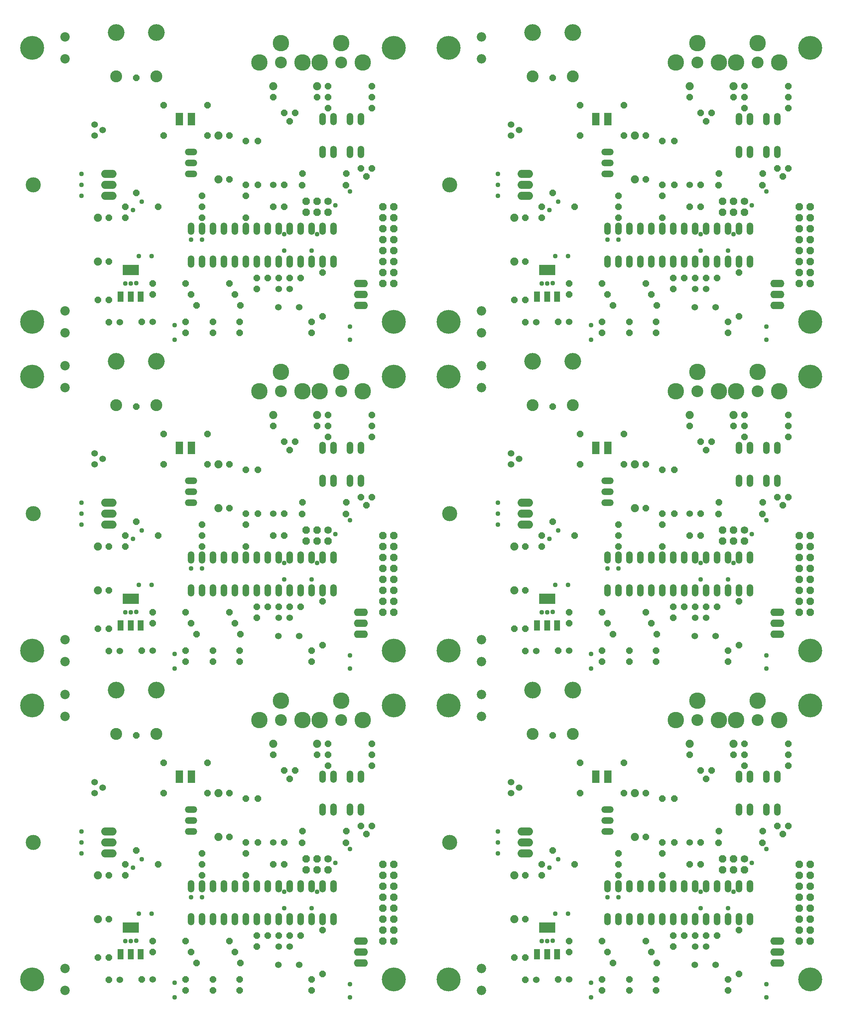
<source format=gbr>
G75*
G70*
%OFA0B0*%
%FSLAX24Y24*%
%IPPOS*%
%LPD*%
%AMOC8*
5,1,8,0,0,1.08239X$1,22.5*
%
%ADD10O,0.0600X0.1120*%
%ADD11OC8,0.0600*%
%ADD12R,0.0560X0.0960*%
%ADD13R,0.1497X0.0946*%
%ADD14C,0.0600*%
%ADD15O,0.1400X0.0740*%
%ADD16C,0.1380*%
%ADD17C,0.0680*%
%ADD18OC8,0.0680*%
%ADD19O,0.1120X0.0600*%
%ADD20R,0.0710X0.1143*%
%ADD21C,0.0740*%
%ADD22C,0.2180*%
%ADD23C,0.1084*%
%ADD24C,0.1504*%
%ADD25O,0.1280X0.0680*%
%ADD26C,0.1520*%
%ADD27C,0.1085*%
%ADD28C,0.0860*%
%ADD29C,0.0440*%
D10*
X028337Y013342D03*
X029337Y013342D03*
X030337Y013342D03*
X031337Y013342D03*
X032337Y013342D03*
X033337Y013342D03*
X034337Y013342D03*
X035337Y013342D03*
X036337Y013342D03*
X037337Y013342D03*
X038337Y013342D03*
X039337Y013342D03*
X040337Y013342D03*
X041337Y013342D03*
X041337Y016342D03*
X040337Y016342D03*
X039337Y016342D03*
X038337Y016342D03*
X037337Y016342D03*
X036337Y016342D03*
X035337Y016342D03*
X034337Y016342D03*
X033337Y016342D03*
X032337Y016342D03*
X031337Y016342D03*
X030337Y016342D03*
X029337Y016342D03*
X028337Y016342D03*
X040337Y023342D03*
X041337Y023342D03*
X042837Y023342D03*
X043837Y023342D03*
X043837Y026342D03*
X042837Y026342D03*
X041337Y026342D03*
X040337Y026342D03*
X040337Y043342D03*
X039337Y043342D03*
X038337Y043342D03*
X037337Y043342D03*
X036337Y043342D03*
X035337Y043342D03*
X034337Y043342D03*
X033337Y043342D03*
X032337Y043342D03*
X031337Y043342D03*
X030337Y043342D03*
X029337Y043342D03*
X028337Y043342D03*
X028337Y046342D03*
X029337Y046342D03*
X030337Y046342D03*
X031337Y046342D03*
X032337Y046342D03*
X033337Y046342D03*
X034337Y046342D03*
X035337Y046342D03*
X036337Y046342D03*
X037337Y046342D03*
X038337Y046342D03*
X039337Y046342D03*
X040337Y046342D03*
X041337Y046342D03*
X041337Y043342D03*
X041337Y053342D03*
X040337Y053342D03*
X042837Y053342D03*
X043837Y053342D03*
X043837Y056342D03*
X042837Y056342D03*
X041337Y056342D03*
X040337Y056342D03*
X040337Y073342D03*
X039337Y073342D03*
X038337Y073342D03*
X037337Y073342D03*
X036337Y073342D03*
X035337Y073342D03*
X034337Y073342D03*
X033337Y073342D03*
X032337Y073342D03*
X031337Y073342D03*
X030337Y073342D03*
X029337Y073342D03*
X028337Y073342D03*
X028337Y076342D03*
X029337Y076342D03*
X030337Y076342D03*
X031337Y076342D03*
X032337Y076342D03*
X033337Y076342D03*
X034337Y076342D03*
X035337Y076342D03*
X036337Y076342D03*
X037337Y076342D03*
X038337Y076342D03*
X039337Y076342D03*
X040337Y076342D03*
X041337Y076342D03*
X041337Y073342D03*
X041337Y083342D03*
X040337Y083342D03*
X042837Y083342D03*
X043837Y083342D03*
X043837Y086342D03*
X042837Y086342D03*
X041337Y086342D03*
X040337Y086342D03*
X066337Y076342D03*
X067337Y076342D03*
X068337Y076342D03*
X069337Y076342D03*
X070337Y076342D03*
X071337Y076342D03*
X072337Y076342D03*
X073337Y076342D03*
X074337Y076342D03*
X075337Y076342D03*
X076337Y076342D03*
X077337Y076342D03*
X078337Y076342D03*
X079337Y076342D03*
X079337Y073342D03*
X078337Y073342D03*
X077337Y073342D03*
X076337Y073342D03*
X075337Y073342D03*
X074337Y073342D03*
X073337Y073342D03*
X072337Y073342D03*
X071337Y073342D03*
X070337Y073342D03*
X069337Y073342D03*
X068337Y073342D03*
X067337Y073342D03*
X066337Y073342D03*
X078337Y083342D03*
X079337Y083342D03*
X080837Y083342D03*
X081837Y083342D03*
X081837Y086342D03*
X080837Y086342D03*
X079337Y086342D03*
X078337Y086342D03*
X078337Y056342D03*
X079337Y056342D03*
X080837Y056342D03*
X081837Y056342D03*
X081837Y053342D03*
X080837Y053342D03*
X079337Y053342D03*
X078337Y053342D03*
X078337Y046342D03*
X077337Y046342D03*
X076337Y046342D03*
X075337Y046342D03*
X074337Y046342D03*
X073337Y046342D03*
X072337Y046342D03*
X071337Y046342D03*
X070337Y046342D03*
X069337Y046342D03*
X068337Y046342D03*
X067337Y046342D03*
X066337Y046342D03*
X066337Y043342D03*
X067337Y043342D03*
X068337Y043342D03*
X069337Y043342D03*
X070337Y043342D03*
X071337Y043342D03*
X072337Y043342D03*
X073337Y043342D03*
X074337Y043342D03*
X075337Y043342D03*
X076337Y043342D03*
X077337Y043342D03*
X078337Y043342D03*
X079337Y043342D03*
X079337Y046342D03*
X079337Y026342D03*
X080837Y026342D03*
X081837Y026342D03*
X081837Y023342D03*
X080837Y023342D03*
X079337Y023342D03*
X078337Y023342D03*
X078337Y026342D03*
X078337Y016342D03*
X077337Y016342D03*
X076337Y016342D03*
X075337Y016342D03*
X074337Y016342D03*
X073337Y016342D03*
X072337Y016342D03*
X071337Y016342D03*
X070337Y016342D03*
X069337Y016342D03*
X068337Y016342D03*
X067337Y016342D03*
X066337Y016342D03*
X066337Y013342D03*
X067337Y013342D03*
X068337Y013342D03*
X069337Y013342D03*
X070337Y013342D03*
X071337Y013342D03*
X072337Y013342D03*
X073337Y013342D03*
X074337Y013342D03*
X075337Y013342D03*
X076337Y013342D03*
X077337Y013342D03*
X078337Y013342D03*
X079337Y013342D03*
X079337Y016342D03*
D11*
X080487Y020292D03*
X080512Y021367D03*
X081837Y021842D03*
X082337Y021092D03*
X082837Y021842D03*
X082837Y027342D03*
X082837Y028342D03*
X082837Y029342D03*
X078837Y029342D03*
X078837Y028342D03*
X077837Y028342D03*
X078837Y027342D03*
X075837Y026892D03*
X075337Y026142D03*
X074837Y026892D03*
X073837Y028342D03*
X072462Y024342D03*
X071337Y024342D03*
X069837Y024842D03*
X067837Y024842D03*
X067837Y027592D03*
X063837Y027592D03*
X063837Y024842D03*
X061337Y019592D03*
X060337Y018342D03*
X060337Y017342D03*
X058837Y017342D03*
X058837Y013342D03*
X058837Y009842D03*
X057837Y009842D03*
X058862Y007817D03*
X061837Y007842D03*
X062837Y010342D03*
X062837Y011342D03*
X065837Y011342D03*
X066337Y010342D03*
X066837Y009342D03*
X065837Y007842D03*
X065837Y006842D03*
X068337Y006842D03*
X068337Y007842D03*
X070787Y007842D03*
X070787Y006842D03*
X070837Y009342D03*
X070337Y010342D03*
X069837Y011342D03*
X072337Y011842D03*
X072337Y010842D03*
X073337Y011842D03*
X074337Y011842D03*
X075337Y011842D03*
X076337Y011842D03*
X078337Y012342D03*
X078337Y008342D03*
X077337Y007842D03*
X077337Y006842D03*
X071337Y017342D03*
X071337Y019342D03*
X071337Y020342D03*
X072462Y020342D03*
X073837Y018342D03*
X074837Y018342D03*
X074837Y020342D03*
X076487Y020292D03*
X076512Y021367D03*
X069837Y020842D03*
X067337Y019342D03*
X067337Y018342D03*
X067337Y017342D03*
X063337Y018342D03*
X061337Y030092D03*
X065837Y036842D03*
X065837Y037842D03*
X066837Y039342D03*
X066337Y040342D03*
X065837Y041342D03*
X062837Y041342D03*
X062837Y040342D03*
X061837Y037842D03*
X058862Y037817D03*
X058837Y039842D03*
X057837Y039842D03*
X058837Y043342D03*
X058837Y047342D03*
X060337Y047342D03*
X060337Y048342D03*
X061337Y049592D03*
X063337Y048342D03*
X067337Y048342D03*
X067337Y049342D03*
X067337Y047342D03*
X069837Y050842D03*
X071337Y050342D03*
X071337Y049342D03*
X072462Y050342D03*
X073837Y048342D03*
X074837Y048342D03*
X074837Y050342D03*
X076487Y050292D03*
X076512Y051367D03*
X072462Y054342D03*
X071337Y054342D03*
X069837Y054842D03*
X067837Y054842D03*
X067837Y057592D03*
X063837Y057592D03*
X063837Y054842D03*
X061337Y060092D03*
X065837Y066842D03*
X065837Y067842D03*
X066837Y069342D03*
X066337Y070342D03*
X065837Y071342D03*
X062837Y071342D03*
X062837Y070342D03*
X061837Y067842D03*
X058862Y067817D03*
X058837Y069842D03*
X057837Y069842D03*
X058837Y073342D03*
X058837Y077342D03*
X060337Y077342D03*
X060337Y078342D03*
X061337Y079592D03*
X063337Y078342D03*
X067337Y078342D03*
X067337Y079342D03*
X067337Y077342D03*
X069837Y080842D03*
X071337Y080342D03*
X071337Y079342D03*
X072462Y080342D03*
X073837Y078342D03*
X074837Y078342D03*
X074837Y080342D03*
X076487Y080292D03*
X076512Y081367D03*
X072462Y084342D03*
X071337Y084342D03*
X069837Y084842D03*
X067837Y084842D03*
X067837Y087592D03*
X063837Y087592D03*
X063837Y084842D03*
X061337Y090092D03*
X071337Y077342D03*
X072337Y071842D03*
X072337Y070842D03*
X073337Y071842D03*
X074337Y071842D03*
X075337Y071842D03*
X076337Y071842D03*
X078337Y072342D03*
X078337Y068342D03*
X077337Y067842D03*
X077337Y066842D03*
X070787Y066842D03*
X070787Y067842D03*
X070837Y069342D03*
X070337Y070342D03*
X069837Y071342D03*
X068337Y067842D03*
X068337Y066842D03*
X073837Y058342D03*
X074837Y056892D03*
X075337Y056142D03*
X075837Y056892D03*
X077837Y058342D03*
X078837Y058342D03*
X078837Y059342D03*
X078837Y057342D03*
X082837Y057342D03*
X082837Y058342D03*
X082837Y059342D03*
X082837Y051842D03*
X082337Y051092D03*
X081837Y051842D03*
X080512Y051367D03*
X080487Y050292D03*
X078337Y042342D03*
X076337Y041842D03*
X075337Y041842D03*
X074337Y041842D03*
X073337Y041842D03*
X072337Y041842D03*
X072337Y040842D03*
X070837Y039342D03*
X070337Y040342D03*
X069837Y041342D03*
X070787Y037842D03*
X070787Y036842D03*
X068337Y036842D03*
X068337Y037842D03*
X071337Y047342D03*
X077337Y037842D03*
X077337Y036842D03*
X078337Y038342D03*
X044837Y029342D03*
X044837Y028342D03*
X044837Y027342D03*
X040837Y027342D03*
X040837Y028342D03*
X039837Y028342D03*
X040837Y029342D03*
X037837Y026892D03*
X037337Y026142D03*
X036837Y026892D03*
X035837Y028342D03*
X034462Y024342D03*
X033337Y024342D03*
X031837Y024842D03*
X029837Y024842D03*
X029837Y027592D03*
X025837Y027592D03*
X025837Y024842D03*
X023337Y019592D03*
X022337Y018342D03*
X022337Y017342D03*
X020837Y017342D03*
X020837Y013342D03*
X020837Y009842D03*
X019837Y009842D03*
X020862Y007817D03*
X023837Y007842D03*
X024837Y010342D03*
X024837Y011342D03*
X027837Y011342D03*
X028337Y010342D03*
X028837Y009342D03*
X027837Y007842D03*
X027837Y006842D03*
X030337Y006842D03*
X030337Y007842D03*
X032787Y007842D03*
X032787Y006842D03*
X032837Y009342D03*
X032337Y010342D03*
X031837Y011342D03*
X034337Y011842D03*
X034337Y010842D03*
X035337Y011842D03*
X036337Y011842D03*
X037337Y011842D03*
X038337Y011842D03*
X040337Y012342D03*
X040337Y008342D03*
X039337Y007842D03*
X039337Y006842D03*
X033337Y017342D03*
X033337Y019342D03*
X033337Y020342D03*
X034462Y020342D03*
X035837Y018342D03*
X036837Y018342D03*
X036837Y020342D03*
X038487Y020292D03*
X038512Y021367D03*
X042512Y021367D03*
X042487Y020292D03*
X044337Y021092D03*
X043837Y021842D03*
X044837Y021842D03*
X031837Y020842D03*
X029337Y019342D03*
X029337Y018342D03*
X029337Y017342D03*
X025337Y018342D03*
X023337Y030092D03*
X027837Y036842D03*
X027837Y037842D03*
X028837Y039342D03*
X028337Y040342D03*
X027837Y041342D03*
X030337Y037842D03*
X030337Y036842D03*
X032787Y036842D03*
X032787Y037842D03*
X032837Y039342D03*
X032337Y040342D03*
X031837Y041342D03*
X034337Y041842D03*
X034337Y040842D03*
X035337Y041842D03*
X036337Y041842D03*
X037337Y041842D03*
X038337Y041842D03*
X040337Y042342D03*
X040337Y038342D03*
X039337Y037842D03*
X039337Y036842D03*
X033337Y047342D03*
X033337Y049342D03*
X033337Y050342D03*
X034462Y050342D03*
X035837Y048342D03*
X036837Y048342D03*
X036837Y050342D03*
X038487Y050292D03*
X038512Y051367D03*
X042512Y051367D03*
X042487Y050292D03*
X044337Y051092D03*
X043837Y051842D03*
X044837Y051842D03*
X044837Y057342D03*
X044837Y058342D03*
X044837Y059342D03*
X040837Y059342D03*
X040837Y058342D03*
X039837Y058342D03*
X040837Y057342D03*
X037837Y056892D03*
X037337Y056142D03*
X036837Y056892D03*
X035837Y058342D03*
X034462Y054342D03*
X033337Y054342D03*
X031837Y054842D03*
X029837Y054842D03*
X029837Y057592D03*
X025837Y057592D03*
X025837Y054842D03*
X023337Y060092D03*
X027837Y066842D03*
X027837Y067842D03*
X028837Y069342D03*
X028337Y070342D03*
X027837Y071342D03*
X030337Y067842D03*
X030337Y066842D03*
X032787Y066842D03*
X032787Y067842D03*
X032837Y069342D03*
X032337Y070342D03*
X031837Y071342D03*
X034337Y071842D03*
X034337Y070842D03*
X035337Y071842D03*
X036337Y071842D03*
X037337Y071842D03*
X038337Y071842D03*
X040337Y072342D03*
X040337Y068342D03*
X039337Y067842D03*
X039337Y066842D03*
X033337Y077342D03*
X033337Y079342D03*
X033337Y080342D03*
X034462Y080342D03*
X035837Y078342D03*
X036837Y078342D03*
X036837Y080342D03*
X038487Y080292D03*
X038512Y081367D03*
X042512Y081367D03*
X042487Y080292D03*
X044337Y081092D03*
X043837Y081842D03*
X044837Y081842D03*
X044837Y087342D03*
X044837Y088342D03*
X044837Y089342D03*
X040837Y089342D03*
X040837Y088342D03*
X039837Y088342D03*
X040837Y087342D03*
X037837Y086892D03*
X037337Y086142D03*
X036837Y086892D03*
X035837Y088342D03*
X034462Y084342D03*
X033337Y084342D03*
X031837Y084842D03*
X029837Y084842D03*
X029837Y087592D03*
X025837Y087592D03*
X025837Y084842D03*
X023337Y090092D03*
X031837Y080842D03*
X029337Y079342D03*
X029337Y078342D03*
X029337Y077342D03*
X025337Y078342D03*
X023337Y079592D03*
X022337Y078342D03*
X022337Y077342D03*
X020837Y077342D03*
X020837Y073342D03*
X020837Y069842D03*
X019837Y069842D03*
X020862Y067817D03*
X023837Y067842D03*
X024837Y070342D03*
X024837Y071342D03*
X031837Y050842D03*
X029337Y049342D03*
X029337Y048342D03*
X029337Y047342D03*
X025337Y048342D03*
X023337Y049592D03*
X022337Y048342D03*
X022337Y047342D03*
X020837Y047342D03*
X020837Y043342D03*
X020837Y039842D03*
X019837Y039842D03*
X020862Y037817D03*
X023837Y037842D03*
X024837Y040342D03*
X024837Y041342D03*
X073837Y088342D03*
X074837Y086892D03*
X075337Y086142D03*
X075837Y086892D03*
X077837Y088342D03*
X078837Y088342D03*
X078837Y089342D03*
X078837Y087342D03*
X082837Y087342D03*
X082837Y088342D03*
X082837Y089342D03*
X082837Y081842D03*
X082337Y081092D03*
X081837Y081842D03*
X080512Y081367D03*
X080487Y080292D03*
D12*
X061747Y070122D03*
X060837Y070122D03*
X059927Y070122D03*
X059927Y040122D03*
X060837Y040122D03*
X061747Y040122D03*
X061747Y010122D03*
X060837Y010122D03*
X059927Y010122D03*
X023747Y010122D03*
X022837Y010122D03*
X021927Y010122D03*
X021927Y040122D03*
X022837Y040122D03*
X023747Y040122D03*
X023747Y070122D03*
X022837Y070122D03*
X021927Y070122D03*
D13*
X022837Y072562D03*
X022837Y042562D03*
X022837Y012562D03*
X060837Y012562D03*
X060837Y042562D03*
X060837Y072562D03*
D14*
X059862Y067817D03*
X062837Y067842D03*
X057537Y055842D03*
X058287Y055342D03*
X057537Y054842D03*
X059862Y037817D03*
X062837Y037842D03*
X073837Y050342D03*
X074337Y040842D03*
X075337Y040842D03*
X076212Y039167D03*
X074312Y039167D03*
X058287Y025342D03*
X057537Y025842D03*
X057537Y024842D03*
X059862Y007817D03*
X062837Y007842D03*
X074312Y009167D03*
X074337Y010842D03*
X075337Y010842D03*
X076212Y009167D03*
X073837Y020342D03*
X038212Y009167D03*
X037337Y010842D03*
X036337Y010842D03*
X036312Y009167D03*
X035837Y020342D03*
X024837Y007842D03*
X021862Y007817D03*
X019537Y024842D03*
X020287Y025342D03*
X019537Y025842D03*
X021862Y037817D03*
X024837Y037842D03*
X036312Y039167D03*
X036337Y040842D03*
X037337Y040842D03*
X038212Y039167D03*
X035837Y050342D03*
X020287Y055342D03*
X019537Y055842D03*
X019537Y054842D03*
X021862Y067817D03*
X024837Y067842D03*
X036312Y069167D03*
X036337Y070842D03*
X037337Y070842D03*
X038212Y069167D03*
X035837Y080342D03*
X020287Y085342D03*
X019537Y085842D03*
X019537Y084842D03*
X057537Y084842D03*
X058287Y085342D03*
X057537Y085842D03*
X073837Y080342D03*
X074337Y070842D03*
X075337Y070842D03*
X076212Y069167D03*
X074312Y069167D03*
D15*
X058837Y079342D03*
X058837Y080342D03*
X058837Y081342D03*
X058837Y051342D03*
X058837Y050342D03*
X058837Y049342D03*
X058837Y021342D03*
X058837Y020342D03*
X058837Y019342D03*
X020837Y019342D03*
X020837Y020342D03*
X020837Y021342D03*
X020837Y049342D03*
X020837Y050342D03*
X020837Y051342D03*
X020837Y079342D03*
X020837Y080342D03*
X020837Y081342D03*
D16*
X013937Y080342D03*
X013937Y050342D03*
X013937Y020342D03*
X051937Y020342D03*
X051937Y050342D03*
X051937Y080342D03*
D17*
X040837Y078842D03*
X040837Y048842D03*
X040837Y018842D03*
X078837Y018842D03*
X078837Y048842D03*
X078837Y078842D03*
D18*
X077837Y078842D03*
X076837Y078842D03*
X076837Y077842D03*
X077837Y077842D03*
X078837Y077842D03*
X083837Y078342D03*
X083837Y077342D03*
X083837Y076342D03*
X083837Y075342D03*
X083837Y074342D03*
X083837Y073342D03*
X083837Y072342D03*
X083837Y071342D03*
X084837Y071342D03*
X084837Y072342D03*
X084837Y073342D03*
X084837Y074342D03*
X084837Y075342D03*
X084837Y076342D03*
X084837Y077342D03*
X084837Y078342D03*
X077837Y048842D03*
X076837Y048842D03*
X076837Y047842D03*
X077837Y047842D03*
X078837Y047842D03*
X083837Y048342D03*
X083837Y047342D03*
X083837Y046342D03*
X083837Y045342D03*
X083837Y044342D03*
X083837Y043342D03*
X083837Y042342D03*
X083837Y041342D03*
X084837Y041342D03*
X084837Y042342D03*
X084837Y043342D03*
X084837Y044342D03*
X084837Y045342D03*
X084837Y046342D03*
X084837Y047342D03*
X084837Y048342D03*
X084837Y018342D03*
X083837Y018342D03*
X083837Y017342D03*
X083837Y016342D03*
X083837Y015342D03*
X083837Y014342D03*
X083837Y013342D03*
X083837Y012342D03*
X083837Y011342D03*
X084837Y011342D03*
X084837Y012342D03*
X084837Y013342D03*
X084837Y014342D03*
X084837Y015342D03*
X084837Y016342D03*
X084837Y017342D03*
X078837Y017842D03*
X077837Y017842D03*
X076837Y017842D03*
X076837Y018842D03*
X077837Y018842D03*
X046837Y018342D03*
X045837Y018342D03*
X045837Y017342D03*
X045837Y016342D03*
X045837Y015342D03*
X045837Y014342D03*
X045837Y013342D03*
X045837Y012342D03*
X045837Y011342D03*
X046837Y011342D03*
X046837Y012342D03*
X046837Y013342D03*
X046837Y014342D03*
X046837Y015342D03*
X046837Y016342D03*
X046837Y017342D03*
X040837Y017842D03*
X039837Y017842D03*
X038837Y017842D03*
X038837Y018842D03*
X039837Y018842D03*
X045837Y041342D03*
X045837Y042342D03*
X045837Y043342D03*
X045837Y044342D03*
X045837Y045342D03*
X045837Y046342D03*
X045837Y047342D03*
X045837Y048342D03*
X046837Y048342D03*
X046837Y047342D03*
X046837Y046342D03*
X046837Y045342D03*
X046837Y044342D03*
X046837Y043342D03*
X046837Y042342D03*
X046837Y041342D03*
X040837Y047842D03*
X039837Y047842D03*
X038837Y047842D03*
X038837Y048842D03*
X039837Y048842D03*
X045837Y071342D03*
X045837Y072342D03*
X045837Y073342D03*
X045837Y074342D03*
X045837Y075342D03*
X045837Y076342D03*
X045837Y077342D03*
X045837Y078342D03*
X046837Y078342D03*
X046837Y077342D03*
X046837Y076342D03*
X046837Y075342D03*
X046837Y074342D03*
X046837Y073342D03*
X046837Y072342D03*
X046837Y071342D03*
X040837Y077842D03*
X039837Y077842D03*
X038837Y077842D03*
X038837Y078842D03*
X039837Y078842D03*
D19*
X028337Y081342D03*
X028337Y082342D03*
X028337Y083342D03*
X028337Y053342D03*
X028337Y052342D03*
X028337Y051342D03*
X028337Y023342D03*
X028337Y022342D03*
X028337Y021342D03*
X066337Y021342D03*
X066337Y022342D03*
X066337Y023342D03*
X066337Y051342D03*
X066337Y052342D03*
X066337Y053342D03*
X066337Y081342D03*
X066337Y082342D03*
X066337Y083342D03*
D20*
X066389Y086342D03*
X065286Y086342D03*
X065286Y056342D03*
X066389Y056342D03*
X066389Y026342D03*
X065286Y026342D03*
X028389Y026342D03*
X027286Y026342D03*
X027286Y056342D03*
X028389Y056342D03*
X028389Y086342D03*
X027286Y086342D03*
D21*
X030837Y084842D03*
X030837Y080842D03*
X035837Y089342D03*
X039837Y089342D03*
X057837Y077342D03*
X057837Y073342D03*
X068837Y080842D03*
X068837Y084842D03*
X073837Y089342D03*
X077837Y089342D03*
X077837Y059342D03*
X073837Y059342D03*
X068837Y054842D03*
X068837Y050842D03*
X057837Y047342D03*
X057837Y043342D03*
X073837Y029342D03*
X077837Y029342D03*
X068837Y024842D03*
X068837Y020842D03*
X057837Y017342D03*
X057837Y013342D03*
X039837Y029342D03*
X035837Y029342D03*
X030837Y024842D03*
X030837Y020842D03*
X019837Y017342D03*
X019837Y013342D03*
X019837Y043342D03*
X019837Y047342D03*
X030837Y050842D03*
X030837Y054842D03*
X035837Y059342D03*
X039837Y059342D03*
X019837Y073342D03*
X019837Y077342D03*
D22*
X013837Y007842D03*
X013837Y032842D03*
X013837Y037842D03*
X013837Y062842D03*
X013837Y067842D03*
X013837Y092842D03*
X046837Y092842D03*
X051837Y092842D03*
X051837Y067842D03*
X051837Y062842D03*
X046837Y062842D03*
X046837Y067842D03*
X046837Y037842D03*
X046837Y032842D03*
X051837Y032842D03*
X051837Y037842D03*
X051837Y007842D03*
X046837Y007842D03*
X084837Y007842D03*
X084837Y032842D03*
X084837Y037842D03*
X084837Y062842D03*
X084837Y067842D03*
X084837Y092842D03*
D23*
X080037Y091492D03*
X074537Y091492D03*
X074537Y061492D03*
X080037Y061492D03*
X080037Y031492D03*
X074537Y031492D03*
X042037Y031492D03*
X036537Y031492D03*
X036537Y061492D03*
X042037Y061492D03*
X042037Y091492D03*
X036537Y091492D03*
D24*
X036537Y093263D03*
X038506Y091492D03*
X040069Y091492D03*
X042037Y093263D03*
X044006Y091492D03*
X034569Y091492D03*
X036537Y063263D03*
X038506Y061492D03*
X040069Y061492D03*
X042037Y063263D03*
X044006Y061492D03*
X034569Y061492D03*
X036537Y033263D03*
X038506Y031492D03*
X040069Y031492D03*
X042037Y033263D03*
X044006Y031492D03*
X034569Y031492D03*
X072569Y031492D03*
X074537Y033263D03*
X076506Y031492D03*
X078069Y031492D03*
X080037Y033263D03*
X082006Y031492D03*
X082006Y061492D03*
X080037Y063263D03*
X078069Y061492D03*
X076506Y061492D03*
X074537Y063263D03*
X072569Y061492D03*
X072569Y091492D03*
X074537Y093263D03*
X076506Y091492D03*
X078069Y091492D03*
X080037Y093263D03*
X082006Y091492D03*
D25*
X081837Y071342D03*
X081837Y070342D03*
X081837Y069342D03*
X081837Y041342D03*
X081837Y040342D03*
X081837Y039342D03*
X081837Y011342D03*
X081837Y010342D03*
X081837Y009342D03*
X043837Y009342D03*
X043837Y010342D03*
X043837Y011342D03*
X043837Y039342D03*
X043837Y040342D03*
X043837Y041342D03*
X043837Y069342D03*
X043837Y070342D03*
X043837Y071342D03*
D26*
X059507Y064242D03*
X063177Y064242D03*
X063177Y094242D03*
X059507Y094242D03*
X025177Y094242D03*
X021507Y094242D03*
X021507Y064242D03*
X025177Y064242D03*
X025177Y034242D03*
X021507Y034242D03*
X059507Y034242D03*
X063177Y034242D03*
D27*
X063177Y030242D03*
X059507Y030242D03*
X059507Y060242D03*
X063177Y060242D03*
X063177Y090242D03*
X059507Y090242D03*
X025177Y090242D03*
X021507Y090242D03*
X021507Y060242D03*
X025177Y060242D03*
X025177Y030242D03*
X021507Y030242D03*
D28*
X016837Y031842D03*
X016837Y033842D03*
X016837Y036842D03*
X016837Y038842D03*
X016837Y061842D03*
X016837Y063842D03*
X016837Y066842D03*
X016837Y068842D03*
X016837Y091842D03*
X016837Y093842D03*
X054837Y093842D03*
X054837Y091842D03*
X054837Y068842D03*
X054837Y066842D03*
X054837Y063842D03*
X054837Y061842D03*
X054837Y038842D03*
X054837Y036842D03*
X054837Y033842D03*
X054837Y031842D03*
X054837Y008842D03*
X054837Y006842D03*
X016837Y006842D03*
X016837Y008842D03*
D29*
X022337Y011342D03*
X022837Y011342D03*
X023337Y011367D03*
X023587Y013842D03*
X024737Y013842D03*
X028337Y015342D03*
X029337Y015342D03*
X023837Y018817D03*
X023062Y018042D03*
X018337Y019342D03*
X018337Y020342D03*
X018337Y021342D03*
X026837Y007542D03*
X026837Y006217D03*
X036837Y014342D03*
X036837Y015842D03*
X039337Y014342D03*
X039837Y015842D03*
X041512Y018467D03*
X042862Y019742D03*
X042862Y007392D03*
X042862Y006217D03*
X056337Y019342D03*
X056337Y020342D03*
X056337Y021342D03*
X061062Y018042D03*
X061837Y018817D03*
X061587Y013842D03*
X062737Y013842D03*
X061337Y011367D03*
X060837Y011342D03*
X060337Y011342D03*
X064837Y007542D03*
X064837Y006217D03*
X066337Y015342D03*
X067337Y015342D03*
X074837Y015842D03*
X074837Y014342D03*
X077337Y014342D03*
X077837Y015842D03*
X079512Y018467D03*
X080862Y019742D03*
X080862Y007392D03*
X080862Y006217D03*
X080862Y036217D03*
X080862Y037392D03*
X077337Y044342D03*
X077837Y045842D03*
X079512Y048467D03*
X080862Y049742D03*
X074837Y045842D03*
X074837Y044342D03*
X067337Y045342D03*
X066337Y045342D03*
X062737Y043842D03*
X061587Y043842D03*
X061337Y041367D03*
X060837Y041342D03*
X060337Y041342D03*
X064837Y037542D03*
X064837Y036217D03*
X061062Y048042D03*
X061837Y048817D03*
X056337Y049342D03*
X056337Y050342D03*
X056337Y051342D03*
X042862Y049742D03*
X041512Y048467D03*
X039837Y045842D03*
X039337Y044342D03*
X036837Y044342D03*
X036837Y045842D03*
X029337Y045342D03*
X028337Y045342D03*
X024737Y043842D03*
X023587Y043842D03*
X023337Y041367D03*
X022837Y041342D03*
X022337Y041342D03*
X026837Y037542D03*
X026837Y036217D03*
X023062Y048042D03*
X023837Y048817D03*
X018337Y049342D03*
X018337Y050342D03*
X018337Y051342D03*
X026837Y066217D03*
X026837Y067542D03*
X023337Y071367D03*
X022837Y071342D03*
X022337Y071342D03*
X023587Y073842D03*
X024737Y073842D03*
X028337Y075342D03*
X029337Y075342D03*
X023837Y078817D03*
X023062Y078042D03*
X018337Y079342D03*
X018337Y080342D03*
X018337Y081342D03*
X036837Y075842D03*
X036837Y074342D03*
X039337Y074342D03*
X039837Y075842D03*
X041512Y078467D03*
X042862Y079742D03*
X042862Y067392D03*
X042862Y066217D03*
X056337Y079342D03*
X056337Y080342D03*
X056337Y081342D03*
X061062Y078042D03*
X061837Y078817D03*
X061587Y073842D03*
X062737Y073842D03*
X061337Y071367D03*
X060837Y071342D03*
X060337Y071342D03*
X064837Y067542D03*
X064837Y066217D03*
X066337Y075342D03*
X067337Y075342D03*
X074837Y075842D03*
X074837Y074342D03*
X077337Y074342D03*
X077837Y075842D03*
X079512Y078467D03*
X080862Y079742D03*
X080862Y067392D03*
X080862Y066217D03*
X042862Y037392D03*
X042862Y036217D03*
M02*

</source>
